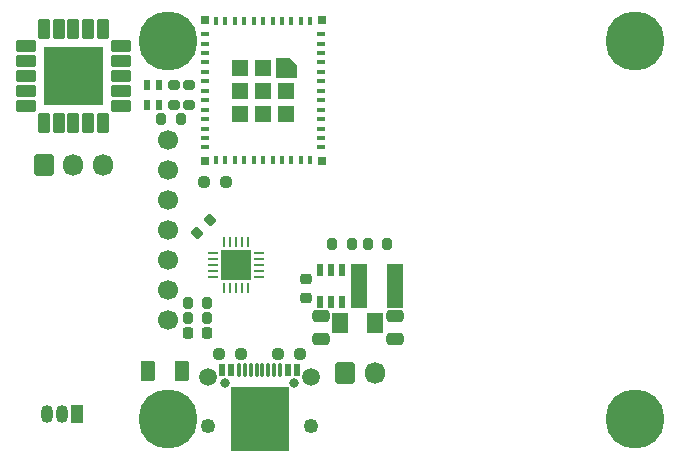
<source format=gbr>
%TF.GenerationSoftware,KiCad,Pcbnew,(6.0.2-0)*%
%TF.CreationDate,2022-02-22T08:35:35+00:00*%
%TF.ProjectId,EnvMon2,456e764d-6f6e-4322-9e6b-696361645f70,4*%
%TF.SameCoordinates,Original*%
%TF.FileFunction,Soldermask,Top*%
%TF.FilePolarity,Negative*%
%FSLAX46Y46*%
G04 Gerber Fmt 4.6, Leading zero omitted, Abs format (unit mm)*
G04 Created by KiCad (PCBNEW (6.0.2-0)) date 2022-02-22 08:35:35*
%MOMM*%
%LPD*%
G01*
G04 APERTURE LIST*
G04 Aperture macros list*
%AMRoundRect*
0 Rectangle with rounded corners*
0 $1 Rounding radius*
0 $2 $3 $4 $5 $6 $7 $8 $9 X,Y pos of 4 corners*
0 Add a 4 corners polygon primitive as box body*
4,1,4,$2,$3,$4,$5,$6,$7,$8,$9,$2,$3,0*
0 Add four circle primitives for the rounded corners*
1,1,$1+$1,$2,$3*
1,1,$1+$1,$4,$5*
1,1,$1+$1,$6,$7*
1,1,$1+$1,$8,$9*
0 Add four rect primitives between the rounded corners*
20,1,$1+$1,$2,$3,$4,$5,0*
20,1,$1+$1,$4,$5,$6,$7,0*
20,1,$1+$1,$6,$7,$8,$9,0*
20,1,$1+$1,$8,$9,$2,$3,0*%
G04 Aperture macros list end*
%ADD10C,0.010000*%
%ADD11RoundRect,0.062500X-0.350000X-0.062500X0.350000X-0.062500X0.350000X0.062500X-0.350000X0.062500X0*%
%ADD12RoundRect,0.062500X-0.062500X-0.350000X0.062500X-0.350000X0.062500X0.350000X-0.062500X0.350000X0*%
%ADD13R,2.500000X2.500000*%
%ADD14RoundRect,0.100000X-0.750000X-0.400000X0.750000X-0.400000X0.750000X0.400000X-0.750000X0.400000X0*%
%ADD15RoundRect,0.100000X0.400000X-0.750000X0.400000X0.750000X-0.400000X0.750000X-0.400000X-0.750000X0*%
%ADD16RoundRect,0.100000X0.750000X0.400000X-0.750000X0.400000X-0.750000X-0.400000X0.750000X-0.400000X0*%
%ADD17RoundRect,0.100000X-0.400000X0.750000X-0.400000X-0.750000X0.400000X-0.750000X0.400000X0.750000X0*%
%ADD18RoundRect,0.100000X-1.200000X-1.200000X1.200000X-1.200000X1.200000X1.200000X-1.200000X1.200000X0*%
%ADD19C,5.000000*%
%ADD20C,1.700000*%
%ADD21RoundRect,0.200000X-0.275000X0.200000X-0.275000X-0.200000X0.275000X-0.200000X0.275000X0.200000X0*%
%ADD22RoundRect,0.237500X-0.250000X-0.237500X0.250000X-0.237500X0.250000X0.237500X-0.250000X0.237500X0*%
%ADD23RoundRect,0.200000X0.200000X0.275000X-0.200000X0.275000X-0.200000X-0.275000X0.200000X-0.275000X0*%
%ADD24R,0.500000X0.850000*%
%ADD25RoundRect,0.200000X0.053033X-0.335876X0.335876X-0.053033X-0.053033X0.335876X-0.335876X0.053033X0*%
%ADD26R,0.600000X1.100000*%
%ADD27R,1.425000X3.700000*%
%ADD28RoundRect,0.225000X0.250000X-0.225000X0.250000X0.225000X-0.250000X0.225000X-0.250000X-0.225000X0*%
%ADD29RoundRect,0.249375X-0.463125X-0.625625X0.463125X-0.625625X0.463125X0.625625X-0.463125X0.625625X0*%
%ADD30RoundRect,0.250000X-0.475000X0.250000X-0.475000X-0.250000X0.475000X-0.250000X0.475000X0.250000X0*%
%ADD31RoundRect,0.250000X-0.375000X-0.625000X0.375000X-0.625000X0.375000X0.625000X-0.375000X0.625000X0*%
%ADD32RoundRect,0.225000X0.225000X0.250000X-0.225000X0.250000X-0.225000X-0.250000X0.225000X-0.250000X0*%
%ADD33RoundRect,0.200000X-0.200000X-0.275000X0.200000X-0.275000X0.200000X0.275000X-0.200000X0.275000X0*%
%ADD34R,1.050000X1.500000*%
%ADD35O,1.050000X1.500000*%
%ADD36RoundRect,0.250000X-0.600000X-0.675000X0.600000X-0.675000X0.600000X0.675000X-0.600000X0.675000X0*%
%ADD37O,1.700000X1.850000*%
%ADD38R,0.600000X1.140000*%
%ADD39RoundRect,0.075000X-0.075000X-0.495000X0.075000X-0.495000X0.075000X0.495000X-0.075000X0.495000X0*%
%ADD40C,1.250000*%
%ADD41C,1.500000*%
%ADD42R,5.000000X5.490000*%
%ADD43C,0.800000*%
%ADD44R,0.400000X0.800000*%
%ADD45R,0.800000X0.400000*%
%ADD46R,1.450000X1.450000*%
%ADD47R,0.700000X0.700000*%
%ADD48RoundRect,0.237500X0.250000X0.237500X-0.250000X0.237500X-0.250000X-0.237500X0.250000X-0.237500X0*%
G04 APERTURE END LIST*
D10*
%TO.C,U5*%
X137681750Y-82125000D02*
X139331750Y-82125000D01*
X139331750Y-82125000D02*
X139331750Y-81075000D01*
X139331750Y-81075000D02*
X138731750Y-80475000D01*
X138731750Y-80475000D02*
X137681750Y-80475000D01*
X137681750Y-80475000D02*
X137681750Y-82125000D01*
G36*
X139331750Y-81075000D02*
G01*
X139331750Y-82125000D01*
X137681750Y-82125000D01*
X137681750Y-80475000D01*
X138731750Y-80475000D01*
X139331750Y-81075000D01*
G37*
X139331750Y-81075000D02*
X139331750Y-82125000D01*
X137681750Y-82125000D01*
X137681750Y-80475000D01*
X138731750Y-80475000D01*
X139331750Y-81075000D01*
%TD*%
D11*
%TO.C,U3*%
X132312500Y-97000000D03*
X132312500Y-97500000D03*
X132312500Y-98000000D03*
X132312500Y-98500000D03*
X132312500Y-99000000D03*
D12*
X133250000Y-99937500D03*
X133750000Y-99937500D03*
X134250000Y-99937500D03*
X134750000Y-99937500D03*
X135250000Y-99937500D03*
D11*
X136187500Y-99000000D03*
X136187500Y-98500000D03*
X136187500Y-98000000D03*
X136187500Y-97500000D03*
X136187500Y-97000000D03*
D12*
X135250000Y-96062500D03*
X134750000Y-96062500D03*
X134250000Y-96062500D03*
X133750000Y-96062500D03*
X133250000Y-96062500D03*
D13*
X134250000Y-98000000D03*
%TD*%
D14*
%TO.C,U2*%
X116500000Y-79500000D03*
X116500000Y-80750000D03*
X116500000Y-82000000D03*
X116500000Y-83250000D03*
X116500000Y-84500000D03*
D15*
X118000000Y-86000000D03*
X119250000Y-86000000D03*
X120500000Y-86000000D03*
X121750000Y-86000000D03*
X123000000Y-86000000D03*
D16*
X124500000Y-84500000D03*
X124500000Y-83250000D03*
X124500000Y-82000000D03*
X124500000Y-80750000D03*
X124500000Y-79500000D03*
D17*
X123000000Y-78000000D03*
X121750000Y-78000000D03*
X120500000Y-78000000D03*
X119250000Y-78000000D03*
X118000000Y-78000000D03*
D18*
X121700000Y-80800000D03*
X121700000Y-83200000D03*
X119300000Y-80800000D03*
X119300000Y-83200000D03*
%TD*%
D19*
%TO.C,M1*%
X168000000Y-79000000D03*
X168000000Y-111000000D03*
D20*
X128500000Y-87380000D03*
X128500000Y-89920000D03*
X128500000Y-92460000D03*
X128500000Y-95000000D03*
X128500000Y-97540000D03*
X128500000Y-100080000D03*
X128500000Y-102620000D03*
D19*
X128500000Y-79000000D03*
X128500000Y-111000000D03*
%TD*%
D21*
%TO.C,R6*%
X129000000Y-82775000D03*
X129000000Y-84425000D03*
%TD*%
D22*
%TO.C,R4*%
X137837500Y-105500000D03*
X139662500Y-105500000D03*
%TD*%
D23*
%TO.C,R1*%
X147075000Y-96250000D03*
X145425000Y-96250000D03*
%TD*%
D24*
%TO.C,D3*%
X126750000Y-84475000D03*
X126750000Y-82725000D03*
X127750000Y-82725000D03*
X127750000Y-84475000D03*
%TD*%
D25*
%TO.C,R11*%
X130916637Y-95333363D03*
X132083363Y-94166637D03*
%TD*%
D23*
%TO.C,R2*%
X144075000Y-96250000D03*
X142425000Y-96250000D03*
%TD*%
D26*
%TO.C,U1*%
X143250000Y-98400000D03*
X143250000Y-101100000D03*
D27*
X144700000Y-99800000D03*
D28*
X140200000Y-100775000D03*
X140200000Y-99225000D03*
D29*
X143097500Y-102920000D03*
D26*
X141350000Y-101100000D03*
D30*
X141450000Y-102350000D03*
D26*
X142300000Y-101100000D03*
D30*
X141450000Y-104250000D03*
D29*
X146062500Y-102920000D03*
D26*
X142300000Y-98400000D03*
D30*
X147700000Y-104250000D03*
D27*
X147700000Y-99800000D03*
D30*
X147700000Y-102350000D03*
D26*
X141350000Y-98400000D03*
%TD*%
D31*
%TO.C,D2*%
X126850000Y-107000000D03*
X129650000Y-107000000D03*
%TD*%
D21*
%TO.C,R5*%
X130250000Y-82775000D03*
X130250000Y-84425000D03*
%TD*%
D32*
%TO.C,C4*%
X131775000Y-103750000D03*
X130225000Y-103750000D03*
%TD*%
D33*
%TO.C,R8*%
X130175000Y-102500000D03*
X131825000Y-102500000D03*
%TD*%
D34*
%TO.C,U4*%
X120770000Y-110640000D03*
D35*
X119500000Y-110640000D03*
X118230000Y-110640000D03*
%TD*%
D36*
%TO.C,J2*%
X143500000Y-107150000D03*
D37*
X146000000Y-107150000D03*
%TD*%
D36*
%TO.C,J3*%
X118000000Y-89500000D03*
D37*
X120500000Y-89500000D03*
X123000000Y-89500000D03*
%TD*%
D22*
%TO.C,R10*%
X131587500Y-91000000D03*
X133412500Y-91000000D03*
%TD*%
D33*
%TO.C,R7*%
X127925000Y-85600000D03*
X129575000Y-85600000D03*
%TD*%
D38*
%TO.C,J1*%
X133050000Y-106890000D03*
X133850000Y-106890000D03*
D39*
X135000000Y-106890000D03*
X136000000Y-106890000D03*
X136500000Y-106890000D03*
X137500000Y-106890000D03*
D38*
X139450000Y-106890000D03*
X138650000Y-106890000D03*
D39*
X138000000Y-106890000D03*
X137000000Y-106890000D03*
X135500000Y-106890000D03*
X134500000Y-106890000D03*
D40*
X140570000Y-111640000D03*
D41*
X140570000Y-107470000D03*
X131930000Y-107470000D03*
D42*
X136250000Y-111005000D03*
D43*
X139140000Y-107960000D03*
X133360000Y-107960000D03*
D40*
X131930000Y-111640000D03*
%TD*%
D23*
%TO.C,R9*%
X131825000Y-101250000D03*
X130175000Y-101250000D03*
%TD*%
D44*
%TO.C,U5*%
X140556750Y-77350000D03*
X139756750Y-77350000D03*
X138956750Y-77350000D03*
X138156750Y-77350000D03*
X137356750Y-77350000D03*
X136556750Y-77350000D03*
X135756750Y-77350000D03*
X134956750Y-77350000D03*
X134156750Y-77350000D03*
X133356750Y-77350000D03*
X132556750Y-77350000D03*
D45*
X131656750Y-78450000D03*
X131656750Y-79250000D03*
X131656750Y-80050000D03*
X131656750Y-80850000D03*
X131656750Y-81650000D03*
X131656750Y-82450000D03*
X131656750Y-83250000D03*
X131656750Y-84050000D03*
X131656750Y-84850000D03*
X131656750Y-85650000D03*
X131656750Y-86450000D03*
X131656750Y-87250000D03*
X131656750Y-88050000D03*
D44*
X132556750Y-89150000D03*
X133356750Y-89150000D03*
X134156750Y-89150000D03*
X134956750Y-89150000D03*
X135756750Y-89150000D03*
X136556750Y-89150000D03*
X137356750Y-89150000D03*
X138156750Y-89150000D03*
X138956750Y-89150000D03*
X139756750Y-89150000D03*
X140556750Y-89150000D03*
D45*
X141456750Y-88050000D03*
X141456750Y-87250000D03*
X141456750Y-86450000D03*
X141456750Y-85650000D03*
X141456750Y-84850000D03*
X141456750Y-84050000D03*
X141456750Y-83250000D03*
X141456750Y-82450000D03*
X141456750Y-81650000D03*
X141456750Y-80850000D03*
X141456750Y-80050000D03*
X141456750Y-79250000D03*
X141456750Y-78450000D03*
D46*
X136556750Y-83250000D03*
D47*
X141506750Y-89200000D03*
X131606750Y-89200000D03*
X131606750Y-77300000D03*
X141506750Y-77300000D03*
D46*
X136556750Y-81300000D03*
X134606750Y-81300000D03*
X134606750Y-83250000D03*
X134606750Y-85200000D03*
X136556750Y-85200000D03*
X138506750Y-85200000D03*
X138506750Y-83250000D03*
%TD*%
D48*
%TO.C,R3*%
X134662500Y-105500000D03*
X132837500Y-105500000D03*
%TD*%
M02*

</source>
